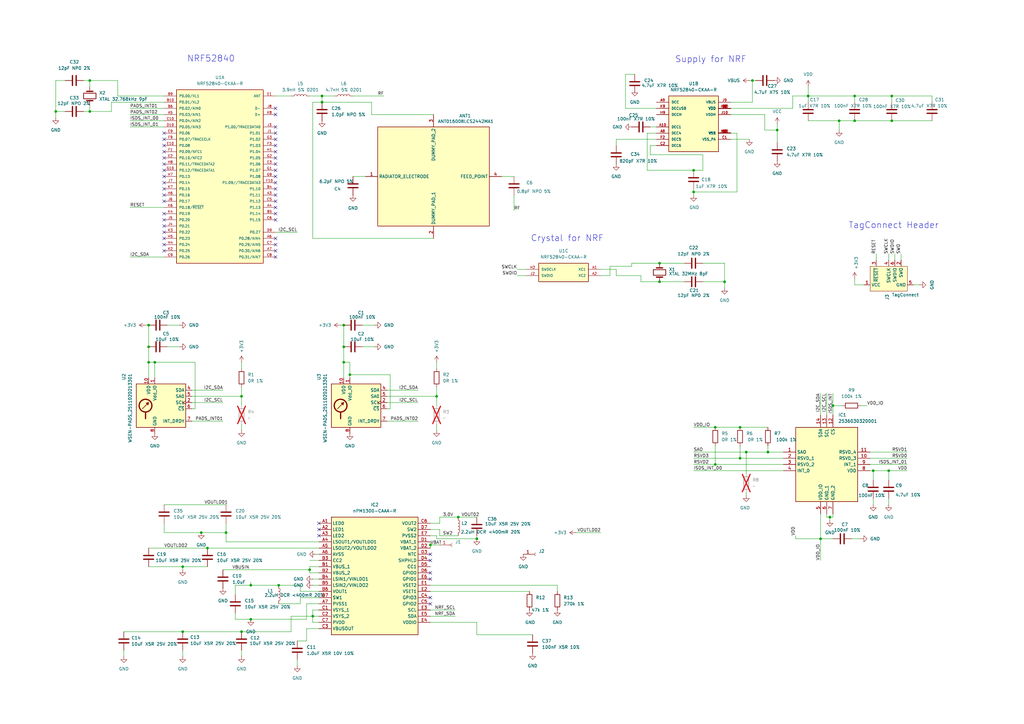
<source format=kicad_sch>
(kicad_sch (version 20231120) (generator "eeschema") (generator_version "8.0")
  (paper "A3")
  (junction (at 36.83 45.72))
  (junction (at 63.5 148.59))
  (junction (at 36.83 33.02))
  (junction (at 179.07 162.56))
  (junction (at 303.53 187.96))
  (junction (at 132.08 41.91))
  (junction (at 22.86 45.72))
  (junction (at 350.52 49.53))
  (junction (at 341.63 166.37))
  (junction (at 140.97 133.35))
  (junction (at 358.14 193.04))
  (junction (at 60.96 142.24))
  (junction (at 128.27 252.73))
  (junction (at 140.97 142.24))
  (junction (at 270.51 107.95))
  (junction (at 140.97 148.59))
  (junction (at 176.53 223.52))
  (junction (at 284.48 78.74))
  (junction (at 143.51 153.67))
  (junction (at 331.47 39.37))
  (junction (at 99.06 259.08))
  (junction (at 195.58 220.98))
  (junction (at 306.07 185.42))
  (junction (at 82.55 218.44))
  (junction (at 74.93 232.41))
  (junction (at 127 233.68))
  (junction (at 85.09 224.79))
  (junction (at 364.49 193.04))
  (junction (at 318.77 53.34))
  (junction (at 132.08 39.37))
  (junction (at 297.18 115.57))
  (junction (at 187.96 212.09))
  (junction (at 114.3 240.03))
  (junction (at 365.76 39.37))
  (junction (at 92.71 218.44))
  (junction (at 293.37 175.26))
  (junction (at 284.48 69.85))
  (junction (at 74.93 259.08))
  (junction (at 340.36 212.09))
  (junction (at 102.87 254))
  (junction (at 99.06 162.56))
  (junction (at 314.96 185.42))
  (junction (at 350.52 39.37))
  (junction (at 293.37 190.5))
  (junction (at 336.55 220.98))
  (junction (at 60.96 148.59))
  (junction (at 303.53 175.26))
  (junction (at 308.61 33.02))
  (junction (at 60.96 133.35))
  (junction (at 344.17 49.53))
  (junction (at 365.76 49.53))
  (junction (at 102.87 240.03))
  (junction (at 270.51 115.57))
  (no_connect (at 67.31 82.55))
  (no_connect (at 113.03 62.23))
  (no_connect (at 67.31 74.93))
  (no_connect (at 67.31 87.63))
  (no_connect (at 113.03 100.33))
  (no_connect (at 113.03 102.87))
  (no_connect (at 67.31 95.25))
  (no_connect (at 113.03 90.17))
  (no_connect (at 176.53 234.95))
  (no_connect (at 113.03 105.41))
  (no_connect (at 113.03 72.39))
  (no_connect (at 67.31 62.23))
  (no_connect (at 67.31 54.61))
  (no_connect (at 113.03 85.09))
  (no_connect (at 176.53 227.33))
  (no_connect (at 130.81 214.63))
  (no_connect (at 113.03 44.45))
  (no_connect (at 67.31 100.33))
  (no_connect (at 67.31 69.85))
  (no_connect (at 113.03 69.85))
  (no_connect (at 113.03 97.79))
  (no_connect (at 176.53 229.87))
  (no_connect (at 67.31 67.31))
  (no_connect (at 176.53 237.49))
  (no_connect (at 130.81 217.17))
  (no_connect (at 67.31 77.47))
  (no_connect (at 67.31 57.15))
  (no_connect (at 113.03 67.31))
  (no_connect (at 113.03 59.69))
  (no_connect (at 67.31 92.71))
  (no_connect (at 67.31 102.87))
  (no_connect (at 130.81 219.71))
  (no_connect (at 113.03 46.99))
  (no_connect (at 113.03 54.61))
  (no_connect (at 176.53 247.65))
  (no_connect (at 113.03 80.01))
  (no_connect (at 113.03 52.07))
  (no_connect (at 113.03 74.93))
  (no_connect (at 113.03 82.55))
  (no_connect (at 113.03 77.47))
  (no_connect (at 67.31 64.77))
  (no_connect (at 67.31 59.69))
  (no_connect (at 67.31 90.17))
  (no_connect (at 113.03 57.15))
  (no_connect (at 176.53 245.11))
  (no_connect (at 113.03 64.77))
  (no_connect (at 67.31 72.39))
  (no_connect (at 67.31 97.79))
  (no_connect (at 113.03 87.63))
  (no_connect (at 67.31 80.01))
  (wire (pts (xy 179.07 162.56) (xy 179.07 166.37)))
  (wire (pts (xy 92.71 214.63) (xy 92.71 218.44)))
  (wire (pts (xy 74.93 232.41) (xy 74.93 233.68)))
  (wire (pts (xy 78.74 162.56) (xy 99.06 162.56)))
  (wire (pts (xy 293.37 190.5) (xy 321.31 190.5)))
  (wire (pts (xy 256.54 44.45) (xy 269.24 44.45)))
  (wire (pts (xy 152.4 46.99) (xy 152.4 41.91)))
  (wire (pts (xy 132.08 39.37) (xy 132.08 41.91)))
  (wire (pts (xy 265.43 69.85) (xy 284.48 69.85)))
  (wire (pts (xy 250.19 109.22) (xy 259.08 109.22)))
  (wire (pts (xy 356.87 185.42) (xy 372.11 185.42)))
  (wire (pts (xy 176.53 219.71) (xy 179.07 219.71)))
  (wire (pts (xy 128.27 252.73) (xy 130.81 252.73)))
  (wire (pts (xy 313.69 53.34) (xy 318.77 53.34)))
  (wire (pts (xy 336.55 220.98) (xy 336.55 229.87)))
  (wire (pts (xy 36.83 45.72) (xy 36.83 43.18)))
  (wire (pts (xy 318.77 53.34) (xy 318.77 58.42)))
  (wire (pts (xy 210.82 80.01) (xy 210.82 86.36)))
  (wire (pts (xy 74.93 232.41) (xy 85.09 232.41)))
  (wire (pts (xy 176.53 214.63) (xy 180.34 214.63)))
  (wire (pts (xy 130.81 222.25) (xy 92.71 222.25)))
  (wire (pts (xy 78.74 167.64) (xy 80.01 167.64)))
  (wire (pts (xy 121.92 270.51) (xy 121.92 273.05)))
  (wire (pts (xy 50.8 259.08) (xy 74.93 259.08)))
  (wire (pts (xy 130.81 234.95) (xy 127 234.95)))
  (wire (pts (xy 350.52 39.37) (xy 350.52 41.91)))
  (wire (pts (xy 140.97 142.24) (xy 140.97 148.59)))
  (wire (pts (xy 358.14 193.04) (xy 364.49 193.04)))
  (wire (pts (xy 36.83 33.02) (xy 36.83 35.56)))
  (wire (pts (xy 265.43 54.61) (xy 269.24 54.61)))
  (wire (pts (xy 252.73 113.03) (xy 262.89 113.03)))
  (wire (pts (xy 176.53 252.73) (xy 186.69 252.73)))
  (wire (pts (xy 59.69 133.35) (xy 60.96 133.35)))
  (wire (pts (xy 341.63 166.37) (xy 345.44 166.37)))
  (wire (pts (xy 364.49 193.04) (xy 364.49 196.85)))
  (wire (pts (xy 114.3 240.03) (xy 123.19 240.03)))
  (wire (pts (xy 78.74 172.72) (xy 91.44 172.72)))
  (wire (pts (xy 256.54 30.48) (xy 256.54 44.45)))
  (wire (pts (xy 74.93 266.7) (xy 74.93 269.24)))
  (wire (pts (xy 256.54 30.48) (xy 260.35 30.48)))
  (wire (pts (xy 140.97 133.35) (xy 140.97 142.24)))
  (wire (pts (xy 67.31 39.37) (xy 48.26 39.37)))
  (wire (pts (xy 60.96 154.94) (xy 60.96 148.59)))
  (wire (pts (xy 246.38 110.49) (xy 252.73 110.49)))
  (wire (pts (xy 372.11 193.04) (xy 364.49 193.04)))
  (wire (pts (xy 102.87 254) (xy 125.73 254)))
  (wire (pts (xy 53.34 44.45) (xy 67.31 44.45)))
  (wire (pts (xy 269.24 57.15) (xy 252.73 57.15)))
  (wire (pts (xy 143.51 153.67) (xy 160.02 153.67)))
  (wire (pts (xy 180.34 212.09) (xy 187.96 212.09)))
  (wire (pts (xy 288.29 69.85) (xy 288.29 63.5)))
  (wire (pts (xy 359.41 106.68) (xy 359.41 104.14)))
  (wire (pts (xy 309.88 33.02) (xy 308.61 33.02)))
  (wire (pts (xy 306.07 185.42) (xy 306.07 194.31)))
  (wire (pts (xy 195.58 255.27) (xy 195.58 260.35)))
  (wire (pts (xy 67.31 207.01) (xy 92.71 207.01)))
  (wire (pts (xy 284.48 185.42) (xy 306.07 185.42)))
  (wire (pts (xy 284.48 175.26) (xy 293.37 175.26)))
  (wire (pts (xy 326.39 219.71) (xy 326.39 220.98)))
  (wire (pts (xy 299.72 46.99) (xy 313.69 46.99)))
  (wire (pts (xy 102.87 238.76) (xy 102.87 240.03)))
  (wire (pts (xy 60.96 133.35) (xy 60.96 142.24)))
  (wire (pts (xy 364.49 106.68) (xy 364.49 104.14)))
  (wire (pts (xy 140.97 154.94) (xy 140.97 148.59)))
  (wire (pts (xy 297.18 115.57) (xy 297.18 118.11)))
  (wire (pts (xy 280.67 107.95) (xy 270.51 107.95)))
  (wire (pts (xy 350.52 114.3) (xy 350.52 116.84)))
  (wire (pts (xy 176.53 240.03) (xy 228.6 240.03)))
  (wire (pts (xy 102.87 240.03) (xy 114.3 240.03)))
  (wire (pts (xy 50.8 266.7) (xy 50.8 269.24)))
  (wire (pts (xy 299.72 44.45) (xy 325.12 44.45)))
  (wire (pts (xy 356.87 190.5) (xy 372.11 190.5)))
  (wire (pts (xy 128.27 97.79) (xy 128.27 41.91)))
  (wire (pts (xy 74.93 259.08) (xy 99.06 259.08)))
  (wire (pts (xy 67.31 214.63) (xy 67.31 218.44)))
  (wire (pts (xy 252.73 110.49) (xy 252.73 113.03)))
  (wire (pts (xy 176.53 217.17) (xy 180.34 217.17)))
  (wire (pts (xy 302.26 54.61) (xy 299.72 54.61)))
  (wire (pts (xy 314.96 185.42) (xy 321.31 185.42)))
  (wire (pts (xy 96.52 251.46) (xy 96.52 254)))
  (wire (pts (xy 160.02 167.64) (xy 160.02 153.67)))
  (wire (pts (xy 266.7 59.69) (xy 269.24 59.69)))
  (wire (pts (xy 284.48 187.96) (xy 303.53 187.96)))
  (wire (pts (xy 336.55 161.29) (xy 336.55 170.18)))
  (wire (pts (xy 127 229.87) (xy 130.81 229.87)))
  (wire (pts (xy 355.6 166.37) (xy 353.06 166.37)))
  (wire (pts (xy 187.96 212.09) (xy 195.58 212.09)))
  (wire (pts (xy 127 233.68) (xy 127 232.41)))
  (wire (pts (xy 180.34 214.63) (xy 180.34 212.09)))
  (wire (pts (xy 365.76 39.37) (xy 382.27 39.37)))
  (wire (pts (xy 92.71 218.44) (xy 92.71 222.25)))
  (wire (pts (xy 123.19 245.11) (xy 123.19 247.65)))
  (wire (pts (xy 331.47 35.56) (xy 331.47 39.37)))
  (wire (pts (xy 139.7 133.35) (xy 140.97 133.35)))
  (wire (pts (xy 99.06 148.59) (xy 99.06 151.13)))
  (wire (pts (xy 284.48 193.04) (xy 321.31 193.04)))
  (wire (pts (xy 259.08 107.95) (xy 259.08 109.22)))
  (wire (pts (xy 179.07 148.59) (xy 179.07 151.13)))
  (wire (pts (xy 350.52 116.84) (xy 354.33 116.84)))
  (wire (pts (xy 144.78 72.39) (xy 149.86 72.39)))
  (wire (pts (xy 341.63 210.82) (xy 341.63 212.09)))
  (wire (pts (xy 34.29 33.02) (xy 36.83 33.02)))
  (wire (pts (xy 341.63 161.29) (xy 341.63 166.37)))
  (wire (pts (xy 67.31 41.91) (xy 45.72 41.91)))
  (wire (pts (xy 26.67 33.02) (xy 22.86 33.02)))
  (wire (pts (xy 60.96 224.79) (xy 85.09 224.79)))
  (wire (pts (xy 307.34 33.02) (xy 308.61 33.02)))
  (wire (pts (xy 365.76 39.37) (xy 365.76 41.91)))
  (wire (pts (xy 158.75 165.1) (xy 171.45 165.1)))
  (wire (pts (xy 119.38 252.73) (xy 128.27 252.73)))
  (wire (pts (xy 356.87 187.96) (xy 372.11 187.96)))
  (wire (pts (xy 195.58 219.71) (xy 195.58 220.98)))
  (wire (pts (xy 128.27 255.27) (xy 128.27 252.73)))
  (wire (pts (xy 326.39 220.98) (xy 336.55 220.98)))
  (wire (pts (xy 85.09 224.79) (xy 130.81 224.79)))
  (wire (pts (xy 284.48 78.74) (xy 302.26 78.74)))
  (wire (pts (xy 356.87 193.04) (xy 358.14 193.04)))
  (wire (pts (xy 212.09 113.03) (xy 215.9 113.03)))
  (wire (pts (xy 63.5 154.94) (xy 63.5 148.59)))
  (wire (pts (xy 350.52 49.53) (xy 365.76 49.53)))
  (wire (pts (xy 22.86 45.72) (xy 22.86 48.26)))
  (wire (pts (xy 246.38 113.03) (xy 250.19 113.03)))
  (wire (pts (xy 339.09 212.09) (xy 340.36 212.09)))
  (wire (pts (xy 339.09 210.82) (xy 339.09 212.09)))
  (wire (pts (xy 45.72 45.72) (xy 45.72 41.91)))
  (wire (pts (xy 114.3 247.65) (xy 123.19 247.65)))
  (wire (pts (xy 152.4 41.91) (xy 132.08 41.91)))
  (wire (pts (xy 382.27 39.37) (xy 382.27 41.91)))
  (wire (pts (xy 293.37 175.26) (xy 303.53 175.26)))
  (wire (pts (xy 123.19 242.57) (xy 123.19 240.03)))
  (wire (pts (xy 130.81 242.57) (xy 123.19 242.57)))
  (wire (pts (xy 99.06 259.08) (xy 119.38 259.08)))
  (wire (pts (xy 176.53 222.25) (xy 176.53 223.52)))
  (wire (pts (xy 340.36 212.09) (xy 340.36 213.36)))
  (wire (pts (xy 270.51 115.57) (xy 280.67 115.57)))
  (wire (pts (xy 266.7 63.5) (xy 266.7 59.69)))
  (wire (pts (xy 78.74 160.02) (xy 91.44 160.02)))
  (wire (pts (xy 82.55 218.44) (xy 92.71 218.44)))
  (wire (pts (xy 336.55 210.82) (xy 336.55 220.98)))
  (wire (pts (xy 127 39.37) (xy 132.08 39.37)))
  (wire (pts (xy 53.34 52.07) (xy 67.31 52.07)))
  (wire (pts (xy 128.27 237.49) (xy 130.81 237.49)))
  (wire (pts (xy 306.07 201.93) (xy 306.07 203.2)))
  (wire (pts (xy 236.22 218.44) (xy 246.38 218.44)))
  (wire (pts (xy 128.27 250.19) (xy 128.27 252.73)))
  (wire (pts (xy 358.14 193.04) (xy 358.14 196.85)))
  (wire (pts (xy 53.34 85.09) (xy 67.31 85.09)))
  (wire (pts (xy 125.73 257.81) (xy 130.81 257.81)))
  (wire (pts (xy 284.48 190.5) (xy 293.37 190.5)))
  (wire (pts (xy 125.73 262.89) (xy 125.73 257.81)))
  (wire (pts (xy 60.96 142.24) (xy 60.96 148.59)))
  (wire (pts (xy 288.29 115.57) (xy 297.18 115.57)))
  (wire (pts (xy 318.77 50.8) (xy 318.77 53.34)))
  (wire (pts (xy 228.6 240.03) (xy 228.6 242.57)))
  (wire (pts (xy 350.52 39.37) (xy 365.76 39.37)))
  (wire (pts (xy 340.36 212.09) (xy 341.63 212.09)))
  (wire (pts (xy 339.09 161.29) (xy 339.09 170.18)))
  (wire (pts (xy 367.03 106.68) (xy 367.03 104.14)))
  (wire (pts (xy 63.5 148.59) (xy 80.01 148.59)))
  (wire (pts (xy 53.34 105.41) (xy 67.31 105.41)))
  (wire (pts (xy 350.52 49.53) (xy 344.17 49.53)))
  (wire (pts (xy 45.72 45.72) (xy 36.83 45.72)))
  (wire (pts (xy 130.81 250.19) (xy 128.27 250.19)))
  (wire (pts (xy 177.8 46.99) (xy 152.4 46.99)))
  (wire (pts (xy 99.06 173.99) (xy 99.06 176.53)))
  (wire (pts (xy 299.72 41.91) (xy 308.61 41.91)))
  (wire (pts (xy 128.27 41.91) (xy 132.08 41.91)))
  (wire (pts (xy 176.53 255.27) (xy 195.58 255.27)))
  (wire (pts (xy 250.19 113.03) (xy 250.19 109.22)))
  (wire (pts (xy 127 233.68) (xy 127 234.95)))
  (wire (pts (xy 265.43 69.85) (xy 265.43 54.61)))
  (wire (pts (xy 22.86 33.02) (xy 22.86 45.72)))
  (wire (pts (xy 176.53 250.19) (xy 186.69 250.19)))
  (wire (pts (xy 284.48 69.85) (xy 288.29 69.85)))
  (wire (pts (xy 158.75 167.64) (xy 160.02 167.64)))
  (wire (pts (xy 140.97 148.59) (xy 143.51 148.59)))
  (wire (pts (xy 148.59 133.35) (xy 153.67 133.35)))
  (wire (pts (xy 158.75 172.72) (xy 171.45 172.72)))
  (wire (pts (xy 113.03 39.37) (xy 119.38 39.37)))
  (wire (pts (xy 180.34 217.17) (xy 180.34 219.71)))
  (wire (pts (xy 180.34 223.52) (xy 176.53 223.52)))
  (wire (pts (xy 374.65 116.84) (xy 377.19 116.84)))
  (wire (pts (xy 121.92 262.89) (xy 125.73 262.89)))
  (wire (pts (xy 132.08 39.37) (xy 137.16 39.37)))
  (wire (pts (xy 252.73 57.15) (xy 252.73 59.69)))
  (wire (pts (xy 158.75 162.56) (xy 179.07 162.56)))
  (wire (pts (xy 212.09 110.49) (xy 215.9 110.49)))
  (wire (pts (xy 158.75 160.02) (xy 171.45 160.02)))
  (wire (pts (xy 130.81 255.27) (xy 128.27 255.27)))
  (wire (pts (xy 297.18 115.57) (xy 297.18 107.95)))
  (wire (pts (xy 177.8 97.79) (xy 128.27 97.79)))
  (wire (pts (xy 96.52 240.03) (xy 102.87 240.03)))
  (wire (pts (xy 60.96 232.41) (xy 74.93 232.41)))
  (wire (pts (xy 119.38 259.08) (xy 119.38 252.73)))
  (wire (pts (xy 331.47 49.53) (xy 344.17 49.53)))
  (wire (pts (xy 341.63 166.37) (xy 341.63 170.18)))
  (wire (pts (xy 34.29 45.72) (xy 36.83 45.72)))
  (wire (pts (xy 48.26 39.37) (xy 48.26 33.02)))
  (wire (pts (xy 99.06 162.56) (xy 99.06 166.37)))
  (wire (pts (xy 284.48 78.74) (xy 284.48 80.01)))
  (wire (pts (xy 205.74 72.39) (xy 210.82 72.39)))
  (wire (pts (xy 303.53 175.26) (xy 314.96 175.26)))
  (wire (pts (xy 344.17 49.53) (xy 344.17 53.34)))
  (wire (pts (xy 308.61 33.02) (xy 308.61 41.91)))
  (wire (pts (xy 36.83 33.02) (xy 48.26 33.02)))
  (wire (pts (xy 364.49 204.47) (xy 364.49 207.01)))
  (wire (pts (xy 293.37 182.88) (xy 293.37 190.5)))
  (wire (pts (xy 179.07 158.75) (xy 179.07 162.56)))
  (wire (pts (xy 325.12 39.37) (xy 331.47 39.37)))
  (wire (pts (xy 303.53 187.96) (xy 321.31 187.96)))
  (wire (pts (xy 67.31 218.44) (xy 82.55 218.44)))
  (wire (pts (xy 284.48 77.47) (xy 284.48 78.74)))
  (wire (pts (xy 91.44 233.68) (xy 127 233.68)))
  (wire (pts (xy 148.59 142.24) (xy 153.67 142.24)))
  (wire (pts (xy 331.47 39.37) (xy 350.52 39.37)))
  (wire (pts (xy 369.57 106.68) (xy 369.57 104.14)))
  (wire (pts (xy 299.72 57.15) (xy 307.34 57.15)))
  (wire (pts (xy 313.69 46.99) (xy 313.69 53.34)))
  (wire (pts (xy 96.52 254) (xy 102.87 254)))
  (wire (pts (xy 336.55 220.98) (xy 341.63 220.98)))
  (wire (pts (xy 96.52 243.84) (xy 96.52 240.03)))
  (wire (pts (xy 331.47 39.37) (xy 331.47 41.91)))
  (wire (pts (xy 176.53 223.52) (xy 176.53 224.79)))
  (wire (pts (xy 130.81 247.65) (xy 125.73 247.65)))
  (wire (pts (xy 297.18 107.95) (xy 288.29 107.95)))
  (wire (pts (xy 68.58 133.35) (xy 73.66 133.35)))
  (wire (pts (xy 262.89 113.03) (xy 262.89 115.57)))
  (wire (pts (xy 349.25 220.98) (xy 353.06 220.98)))
  (wire (pts (xy 303.53 182.88) (xy 303.53 187.96)))
  (wire (pts (xy 144.78 39.37) (xy 157.48 39.37)))
  (wire (pts (xy 176.53 242.57) (xy 217.17 242.57)))
  (wire (pts (xy 180.34 219.71) (xy 187.96 219.71)))
  (wire (pts (xy 128.27 240.03) (xy 130.81 240.03)))
  (wire (pts (xy 325.12 44.45) (xy 325.12 39.37)))
  (wire (pts (xy 113.03 95.25) (xy 121.92 95.25)))
  (wire (pts (xy 260.35 38.1) (xy 260.35 36.83)))
  (wire (pts (xy 22.86 45.72) (xy 26.67 45.72)))
  (wire (pts (xy 68.58 142.24) (xy 73.66 142.24)))
  (wire (pts (xy 288.29 63.5) (xy 266.7 63.5)))
  (wire (pts (xy 129.54 227.33) (xy 130.81 227.33)))
  (wire (pts (xy 143.51 153.67) (xy 143.51 148.59)))
  (wire (pts (xy 195.58 260.35) (xy 218.44 260.35)))
  (wire (pts (xy 358.14 204.47) (xy 358.14 207.01)))
  (wire (pts (xy 314.96 182.88) (xy 314.96 185.42)))
  (wire (pts (xy 53.34 46.99) (xy 67.31 46.99)))
  (wire (pts (xy 143.51 154.94) (xy 143.51 153.67)))
  (wire (pts (xy 302.26 78.74) (xy 302.26 54.61)))
  (wire (pts (xy 270.51 107.95) (xy 259.08 107.95)))
  (wire (pts (xy 179.07 220.98) (xy 195.58 220.98)))
  (wire (pts (xy 99.06 158.75) (xy 99.06 162.56)))
  (wire (pts (xy 80.01 167.64) (xy 80.01 148.59)))
  (wire (pts (xy 130.81 245.11) (xy 123.19 245.11)))
  (wire (pts (xy 53.34 49.53) (xy 67.31 49.53)))
  (wire (pts (xy 127 232.41) (xy 130.81 232.41)))
  (wire (pts (xy 306.07 185.42) (xy 314.96 185.42)))
  (wire (pts (xy 262.89 115.57) (xy 270.51 115.57)))
  (wire (pts (xy 179.07 173.99) (xy 179.07 176.53)))
  (wire (pts (xy 179.07 219.71) (xy 179.07 220.98)))
  (wire (pts (xy 78.74 165.1) (xy 91.44 165.1)))
  (wire (pts (xy 99.06 266.7) (xy 99.06 269.24)))
  (wire (pts (xy 266.7 52.07) (xy 269.24 52.07)))
  (wire (pts (xy 365.76 49.53) (xy 382.27 49.53)))
  (wire (pts (xy 125.73 247.65) (xy 125.73 254)))
  (wire (pts (xy 60.96 148.59) (xy 63.5 148.59)))
  (text "Crystal for NRF" (at 217.678 99.314 0) (effects (font (size 2.54 2.54)) (justify left bottom)))
  (text "NRF52840" (at 76.708 25.654 0) (effects (font (size 2.54 2.54)) (justify left bottom)))
  (text "Supply for NRF" (at 276.86 25.908 0) (effects (font (size 2.54 2.54)) (justify left bottom)))
  (text "TagConnect Header" (at 347.98 93.98 0) (effects (font (size 2.54 2.54)) (justify left bottom)))
  (label "RF" (at 157.48 39.37 180))
  (label "ISDS_INT_00" (at 53.34 49.53 0))
  (label "RF" (at 210.82 86.36 0))
  (label "ISDS_INT_00" (at 284.48 193.04 0))
  (label "SWCLK" (at 212.09 110.49 180))
  (label "RESET" (at 359.41 104.14 90))
  (label "I2C_SDA" (at 171.45 160.02 180))
  (label "VOUTLD02" (at 246.38 218.44 180))
  (label "I2C_SDA" (at 91.44 160.02 180))
  (label "RSVD2" (at 284.48 190.5 0))
  (label "RSVD0" (at 372.11 187.96 180))
  (label "I2C_SCL" (at 339.09 161.29 270))
  (label "PADS_INT02" (at 171.45 172.72 180))
  (label "SWDIO" (at 367.03 104.14 90))
  (label "PADS_INT01" (at 53.34 44.45 0))
  (label "VBAT" (at 176.53 223.52 0))
  (label "SAO" (at 284.48 185.42 0))
  (label "VDD" (at 372.11 193.04 180))
  (label "VOUTLD02" (at 67.31 224.79 0))
  (label "SWCLK" (at 364.49 104.14 90))
  (label "I2C_SCL" (at 91.44 165.1 180))
  (label "RSVD3" (at 284.48 187.96 0))
  (label "ISDS_INT_01" (at 53.34 52.07 0))
  (label "ISDS_INT_01" (at 372.11 190.5 180))
  (label "VDD_IO" (at 284.48 175.26 0))
  (label "VOUTLD01" (at 83.82 207.01 0))
  (label "ISDS_INT" (at 341.63 161.29 270))
  (label "I2C_SCL" (at 171.45 165.1 180))
  (label "SWO" (at 369.57 104.14 90))
  (label "I2C_SDA" (at 336.55 161.29 270))
  (label "VDD_IO" (at 355.6 166.37 0))
  (label "3.0V" (at 181.61 212.09 0))
  (label "RESET" (at 53.34 85.09 0))
  (label "PADS_INT01" (at 91.44 172.72 180))
  (label "I2C_SCL" (at 121.92 95.25 180))
  (label "VDD_IO" (at 336.55 229.87 90))
  (label "VOUT02" (at 189.23 212.09 0))
  (label "NRF_SDA" (at 186.69 252.73 180))
  (label "VDD" (at 326.39 219.71 90))
  (label "SWDIO" (at 212.09 113.03 180))
  (label "NRF_SCL" (at 186.69 250.19 180))
  (label "SW2" (at 181.61 219.71 0))
  (label "VBUSIN" (at 95.25 233.68 0))
  (label "RSVD1" (at 372.11 185.42 180))
  (label "I2C_SDA" (at 53.34 105.41 0))
  (label "PADS_INT02" (at 53.34 46.99 0))
  (symbol (lib_id "Device:C") (at 218.44 264.16 0) (unit 1)
    (property "Reference" "C37" (at 222.25 262.8899 0) (effects (justify left)))
    (property "Value" "100nF X5R 10%" (at 222.25 265.4299 0) (effects (justify left)))
    (property "Footprint" "Capacitor_SMD:C_0201_0603Metric" (effects (hide yes)))
    (property "Description" "Unpolarized capacitor" (effects (hide yes)))
  )
  (symbol (lib_id "power:GND") (at 73.66 142.24 90) (unit 1)
    (property "Reference" "#PWR011" (effects (hide yes)))
    (property "Value" "GND" (at 77.47 142.2399 90) (effects (justify right)))
    (property "Description" "Power symbol creates a global label with name \"GND\" , ground" (effects (hide yes)))
  )
  (symbol (lib_id "Device:R") (at 306.07 198.12 0) (unit 1) (dnp yes)
    (property "Reference" "R8" (at 308.61 196.8499 0) (effects (justify left)))
    (property "Value" "~" (at 308.61 199.3899 0) (effects (justify left)))
    (property "Footprint" "Resistor_SMD:R_0201_0603Metric" (effects (hide yes)))
    (property "Description" "Resistor" (effects (hide yes)))
  )
  (symbol (lib_id "power:GND") (at 228.6 250.19 0) (unit 1)
    (property "Reference" "#PWR066" (effects (hide yes)))
    (property "Value" "GND" (at 228.6 255.27 0))
    (property "Description" "Power symbol creates a global label with name \"GND\" , ground" (effects (hide yes)))
  )
  (symbol (lib_id "power:GND") (at 132.08 49.53 0) (unit 1)
    (property "Reference" "#PWR033" (effects (hide yes)))
    (property "Value" "GND" (at 132.08 54.61 0))
    (property "Description" "Power symbol creates a global label with name \"GND\" , ground" (effects (hide yes)))
  )
  (symbol (lib_id "Connector:Conn_01x01_Socket") (at 219.71 227.33 0) (unit 1)
    (property "Reference" "J2" (at 220.98 226.0599 0) (effects (justify left)))
    (property "Value" "Conn_01x01_Socket" (effects (hide yes)))
    (property "Footprint" "TestPoint:TestPoint_Pad_2.5x2.5mm" (effects (hide yes)))
    (property "Description" "Generic connector, single row, 01x01, script generated" (effects (hide yes)))
  )
  (symbol (lib_id "Device:C") (at 64.77 142.24 90) (unit 1)
    (property "Reference" "C5" (at 68.072 136.906 90))
    (property "Value" "10uF 10%" (at 68.58 139.192 90))
    (property "Footprint" "Capacitor_SMD:C_0201_0603Metric" (effects (hide yes)))
    (property "Description" "Unpolarized capacitor" (effects (hide yes)))
  )
  (symbol (lib_id "power:GND") (at 74.93 269.24 0) (unit 1)
    (property "Reference" "#PWR047" (effects (hide yes)))
    (property "Value" "GND" (at 74.93 274.32 0))
    (property "Description" "Power symbol creates a global label with name \"GND\" , ground" (effects (hide yes)))
  )
  (symbol (lib_id "Device:C") (at 30.48 33.02 270) (unit 1)
    (property "Reference" "C32" (at 30.48 25.4 90))
    (property "Value" "12pF NP0 2%" (at 30.48 27.94 90))
    (property "Footprint" "Capacitor_SMD:C_0201_0603Metric" (effects (hide yes)))
    (property "Description" "Unpolarized capacitor" (effects (hide yes)))
  )
  (symbol (lib_id "Device:C") (at 313.69 33.02 90) (unit 1)
    (property "Reference" "C27" (at 316.738 35.306 90))
    (property "Value" "4.7uF X7S 10%" (at 316.738 37.846 90))
    (property "Footprint" "Capacitor_SMD:C_0201_0603Metric" (effects (hide yes)))
    (property "Description" "Unpolarized capacitor" (effects (hide yes)))
  )
  (symbol (lib_id "Device:R") (at 217.17 246.38 0) (unit 1)
    (property "Reference" "R12" (at 219.71 245.1099 0) (effects (justify left)))
    (property "Value" "47k 1%" (at 217.932 250.19 0) (effects (justify left)))
    (property "Footprint" "Resistor_SMD:R_0201_0603Metric" (effects (hide yes)))
    (property "Description" "Resistor" (effects (hide yes)))
  )
  (symbol (lib_id "Device:C") (at 350.52 45.72 180) (unit 1)
    (property "Reference" "C28" (at 356.108 40.894 0) (effects (justify left)))
    (property "Value" "100nF X7R 10%" (at 357.632 43.434 0) (effects (justify left)))
    (property "Footprint" "Capacitor_SMD:C_0201_0603Metric" (effects (hide yes)))
    (property "Description" "Unpolarized capacitor" (effects (hide yes)))
  )
  (symbol (lib_id "power:GND") (at 340.36 213.36 0) (unit 1)
    (property "Reference" "#PWR018" (effects (hide yes)))
    (property "Value" "GND" (at 340.36 218.44 0))
    (property "Description" "Power symbol creates a global label with name \"GND\" , ground" (effects (hide yes)))
  )
  (symbol (lib_id "power:GND") (at 318.77 66.04 0) (unit 1)
    (property "Reference" "#PWR034" (effects (hide yes)))
    (property "Value" "GND" (at 318.77 71.12 0))
    (property "Description" "Power symbol creates a global label with name \"GND\" , ground" (effects (hide yes)))
  )
  (symbol (lib_id "power:GND") (at 99.06 176.53 0) (unit 1)
    (property "Reference" "#PWR012" (effects (hide yes)))
    (property "Value" "GND" (at 99.06 181.61 0))
    (property "Description" "Power symbol creates a global label with name \"GND\" , ground" (effects (hide yes)))
  )
  (symbol (lib_id "nPM1300-CAAA-R:nPM1300-CAAA-R") (at 130.81 214.63 0) (unit 1)
    (property "Reference" "IC2" (at 153.67 207.01 0))
    (property "Value" "nPM1300-CAAA-R" (at 153.67 209.55 0))
    (property "Footprint" "nPM1300-CAAA-R:BGA35C44P7X5_308X238X51" (effects (hide yes)))
    (property "Datasheet" "https://infocenter.nordicsemi.com/pdf/nPM1300_PS_v1.0.pdf" (effects (hide yes)))
    (property "Description" "Battery Management Power Management IC (PMIC) with unique system management features, WLCSP" (effects (hide yes)))
    (property "Height" "0.512" (effects (hide yes)))
    (property "Mouser Part Number" "949-NPM1300-CAAA-R" (effects (hide yes)))
    (property "Mouser Price/Stock" "https://www.mouser.co.uk/ProductDetail/Nordic-Semiconductor/nPM1300-CAAA-R?qs=3pZoU%2F6IRTgj%2FPou8dbbcA%3D%3D" (effects (hide yes)))
    (property "Manufacturer_Name" "Nordic Semiconductor" (effects (hide yes)))
    (property "Manufacturer_Part_Number" "nPM1300-CAAA-R" (effects (hide yes)))
  )
  (symbol (lib_id "power:GND") (at 22.86 48.26 0) (unit 1)
    (property "Reference" "#PWR044" (effects (hide yes)))
    (property "Value" "GND" (at 22.86 53.34 0))
    (property "Description" "Power symbol creates a global label with name \"GND\" , ground" (effects (hide yes)))
  )
  (symbol (lib_id "power:VCC") (at 318.77 50.8 0) (unit 1)
    (property "Reference" "#PWR037" (effects (hide yes)))
    (property "Value" "VCC" (at 318.77 45.72 0))
    (property "Description" "Power symbol creates a global label with name \"VCC\"" (effects (hide yes)))
  )
  (symbol (lib_id "Device:R") (at 228.6 246.38 0) (unit 1)
    (property "Reference" "R13" (at 231.14 245.1099 0) (effects (justify left)))
    (property "Value" "270k 1%" (at 231.14 247.6499 0) (effects (justify left)))
    (property "Footprint" "Resistor_SMD:R_0201_0603Metric" (effects (hide yes)))
    (property "Description" "Resistor" (effects (hide yes)))
  )
  (symbol (lib_id "Device:C") (at 358.14 200.66 0) (unit 1)
    (property "Reference" "C8" (at 353.568 199.136 0) (effects (justify left)))
    (property "Value" "100nF 10%" (at 352.044 203.2 0) (effects (justify left)))
    (property "Footprint" "Capacitor_SMD:C_0201_0603Metric" (effects (hide yes)))
    (property "Description" "Unpolarized capacitor" (effects (hide yes)))
  )
  (symbol (lib_id "power:+3V3") (at 139.7 133.35 90) (unit 1)
    (property "Reference" "#PWR03" (effects (hide yes)))
    (property "Value" "+3V3" (at 135.89 133.3499 90) (effects (justify left)))
    (property "Description" "Power symbol creates a global label with name \"+3V3\"" (effects (hide yes)))
  )
  (symbol (lib_id "Device:C") (at 365.76 45.72 180) (unit 1)
    (property "Reference" "C30" (at 371.094 41.148 0) (effects (justify left)))
    (property "Value" "100nF X7R 10%" (at 373.634 43.688 0) (effects (justify left)))
    (property "Footprint" "Capacitor_SMD:C_0201_0603Metric" (effects (hide yes)))
    (property "Description" "Unpolarized capacitor" (effects (hide yes)))
  )
  (symbol (lib_id "power:+3V3") (at 350.52 114.3 0) (unit 1)
    (property "Reference" "#PWR019" (effects (hide yes)))
    (property "Value" "+3V3" (at 351.155 110.49 90) (effects (justify left)))
  )
  (symbol (lib_id "Device:R") (at 293.37 179.07 0) (unit 1)
    (property "Reference" "R5" (at 295.91 177.7999 0) (effects (justify left)))
    (property "Value" "0R 1%" (at 295.91 180.3399 0) (effects (justify left)))
    (property "Footprint" "Resistor_SMD:R_0201_0603Metric" (effects (hide yes)))
    (property "Description" "Resistor" (effects (hide yes)))
  )
  (symbol (lib_id "power:GND") (at 358.14 207.01 0) (unit 1)
    (property "Reference" "#PWR021" (effects (hide yes)))
    (property "Value" "GND" (at 358.14 212.09 0))
    (property "Description" "Power symbol creates a global label with name \"GND\" , ground" (effects (hide yes)))
  )
  (symbol (lib_id "power:GND") (at 259.08 52.07 270) (unit 1)
    (property "Reference" "#PWR036" (effects (hide yes)))
    (property "Value" "GND" (at 255.27 52.0699 90) (effects (justify right)))
    (property "Description" "Power symbol creates a global label with name \"GND\" , ground" (effects (hide yes)))
  )
  (symbol (lib_id "power:GND") (at 317.5 33.02 90) (unit 1)
    (property "Reference" "#PWR039" (effects (hide yes)))
    (property "Value" "GND" (at 321.31 33.0199 90) (effects (justify right)))
    (property "Description" "Power symbol creates a global label with name \"GND\" , ground" (effects (hide yes)))
  )
  (symbol (lib_id "power:GND") (at 260.35 36.83 0) (unit 1)
    (property "Reference" "#PWR035" (effects (hide yes)))
    (property "Value" "GND" (at 260.35 41.91 0))
    (property "Description" "Power symbol creates a global label with name \"GND\" , ground" (effects (hide yes)))
  )
  (symbol (lib_id "Device:L") (at 140.97 39.37 90) (unit 1)
    (property "Reference" "L6" (at 140.97 34.29 90))
    (property "Value" "4.7nH 5% 0201" (at 140.97 36.83 90))
    (property "Footprint" "Inductor_SMD:L_0603_1608Metric_Pad1.05x0.95mm_HandSolder" (effects (hide yes)))
    (property "Description" "Inductor" (effects (hide yes)))
  )
  (symbol (lib_id "Device:R") (at 349.25 166.37 90) (unit 1)
    (property "Reference" "R9" (at 349.25 160.02 90))
    (property "Value" "100k 1%" (at 349.25 162.56 90))
    (property "Footprint" "Resistor_SMD:R_0201_0603Metric" (effects (hide yes)))
    (property "Description" "Resistor" (effects (hide yes)))
  )
  (symbol (lib_id "Device:C") (at 91.44 237.49 0) (unit 1)
    (property "Reference" "C10" (at 95.25 236.2199 0) (effects (justify left)))
    (property "Value" "1.0uF" (at 95.25 238.7599 0) (effects (justify left)))
    (property "Footprint" "Capacitor_SMD:C_0201_0603Metric" (effects (hide yes)))
    (property "Description" "Unpolarized capacitor" (effects (hide yes)))
  )
  (symbol (lib_id "Device:Crystal") (at 270.51 111.76 90) (unit 1)
    (property "Reference" "X1" (at 274.32 110.4899 90) (effects (justify right)))
    (property "Value" "XTAL 32MHz 8pF" (at 274.32 112.268 90) (effects (justify right)))
    (property "Footprint" "Crystal:Crystal_SMD_2016-4Pin_2.0x1.6mm" (effects (hide yes)))
    (property "Description" "Two pin crystal" (effects (hide yes)))
  )
  (symbol (lib_id "STLink-V3MINIE-TagConnect:Conn_SWD_TagConnect_TC2030") (at 364.49 114.3 90) (unit 1) (in_bom no)
    (property "Reference" "J3" (at 363.855 120.65 0) (effects (justify right)))
    (property "Value" "TagConnect" (at 365.76 120.904 90) (effects (justify right)))
    (property "Footprint" "Connector:Tag-Connect_TC2030-IDC-NL_2x03_P1.27mm_Vertical" (effects (hide yes)))
    (property "Datasheet" "file:///C:/Users/ErFre/Downloads/um2910-stlinkv3minie-debuggerprogrammer-tiny-probe-for-stm32-microcontrollers-stmicroelectronics.pdf" (effects (hide yes)))
  )
  (symbol (lib_id "Device:C") (at 144.78 142.24 90) (unit 1)
    (property "Reference" "C2" (at 148.082 136.906 90))
    (property "Value" "10uF 10%" (at 148.59 139.192 90))
    (property "Footprint" "Capacitor_SMD:C_0201_0603Metric" (effects (hide yes)))
    (property "Description" "Unpolarized capacitor" (effects (hide yes)))
  )
  (symbol (lib_id "power:GND") (at 214.63 227.33 0) (unit 1)
    (property "Reference" "#PWR08" (effects (hide yes)))
    (property "Value" "GND" (at 214.63 232.41 0))
    (property "Description" "Power symbol creates a global label with name \"GND\" , ground" (effects (hide yes)))
  )
  (symbol (lib_id "NRF52840-CKAA-R:NRF52840-CKAA-R") (at 90.17 72.39 0) (unit 1)
    (property "Reference" "U1" (at 90.17 31.75 0))
    (property "Value" "NRF52840-CKAA-R" (at 90.17 34.29 0))
    (property "Footprint" "NRF52840-CKAA-R:BGA94C35P10X10_360X354X51N" (effects (hide yes)))
    (property "MF" "Nordic Semiconductor" (effects (hide yes)))
    (property "MAXIMUM_PACKAGE_HEIGHT" "0.514mm" (effects (hide yes)))
    (property "Package" "None" (effects (hide yes)))
    (property "Price" "None" (effects (hide yes)))
    (property "Check_prices" "https://www.snapeda.com/parts/NRF52840-CKAA-R/Nordic+Semiconductor/view-part/?ref=eda" (effects (hide yes)))
    (property "STANDARD" "IPC7351B" (effects (hide yes)))
    (property "PARTREV" "1.1" (effects (hide yes)))
    (property "SnapEDA_Link" "https://www.snapeda.com/parts/NRF52840-CKAA-R/Nordic+Semiconductor/view-part/?ref=snap" (effects (hide yes)))
    (property "MP" "NRF52840-CKAA-R" (effects (hide yes)))
    (property "Description_1" "\n                        \n                            RF System on a Chip - SoC Quark Graviton WLCSP\n                        \n" (effects (hide yes)))
    (property "Availability" "In Stock" (effects (hide yes)))
    (property "MANUFACTURER" "Nordic" (effects (hide yes)))
  )
  (symbol (lib_id "Device:C") (at 210.82 76.2 0) (unit 1)
    (property "Reference" "C6" (at 217.17 74.93 0))
    (property "Value" "0.8pF NPO 5%" (at 218.948 78.486 0))
    (property "Footprint" "Capacitor_SMD:C_0201_0603Metric" (effects (hide yes)))
    (property "Description" "Unpolarized capacitor" (effects (hide yes)))
  )
  (symbol (lib_id "Device:R") (at 99.06 154.94 0) (unit 1)
    (property "Reference" "R1" (at 101.6 153.6699 0) (effects (justify left)))
    (property "Value" "0R 1%" (at 101.6 156.2099 0) (effects (justify left)))
    (property "Footprint" "Resistor_SMD:R_0201_0603Metric" (effects (hide yes)))
    (property "Description" "Resistor" (effects (hide yes)))
  )
  (symbol (lib_id "Device:C") (at 144.78 76.2 180) (unit 1)
    (property "Reference" "C4" (at 138.43 77.47 0))
    (property "Value" "6.2pF NPO 5%" (at 137.922 74.422 0))
    (property "Footprint" "Capacitor_SMD:C_0201_0603Metric" (effects (hide yes)))
    (property "Description" "Unpolarized capacitor" (effects (hide yes)))
  )
  (symbol (lib_id "power:GND") (at 377.19 116.84 90) (unit 1)
    (property "Reference" "#PWR022" (effects (hide yes)))
    (property "Value" "GND" (at 382.27 116.84 0))
  )
  (symbol (lib_id "Device:C") (at 252.73 63.5 0) (unit 1)
    (property "Reference" "C34" (at 258.572 63.246 0) (effects (justify left)))
    (property "Value" "820pF X7R 10%" (at 254 66.04 0) (effects (justify left)))
    (property "Footprint" "Capacitor_SMD:C_0201_0603Metric" (effects (hide yes)))
    (property "Description" "Unpolarized capacitor" (effects (hide yes)))
  )
  (symbol (lib_id "Device:C") (at 284.48 107.95 90) (unit 1)
    (property "Reference" "C22" (at 284.48 101.6 90))
    (property "Value" "12pF NP0 2%" (at 284.48 104.14 90))
    (property "Footprint" "Capacitor_SMD:C_0201_0603Metric" (effects (hide yes)))
    (property "Description" "Unpolarized capacitor" (effects (hide yes)))
  )
  (symbol (lib_id "Device:C") (at 144.78 133.35 90) (unit 1)
    (property "Reference" "C1" (at 148.082 128.27 90))
    (property "Value" "100nF 10%" (at 148.59 130.048 90))
    (property "Footprint" "Capacitor_SMD:C_0201_0603Metric" (effects (hide yes)))
    (property "Description" "Unpolarized capacitor" (effects (hide yes)))
  )
  (symbol (lib_id "Sensor_Pressure:WSEN-PADS_2511020213301") (at 66.04 167.64 0) (unit 1)
    (property "Reference" "U2" (at 50.8 153.162 90) (effects (justify right)))
    (property "Value" "WSEN-PADS_2511020213301" (at 53.34 153.162 90) (effects (justify right)))
    (property "Footprint" "Package_LGA:ST_HLGA-10_2x2mm_P0.5mm_LayoutBorder3x2y" (effects (hide yes)))
    (property "Datasheet" "https://www.we-online.com/components/products/manual/2511020213301_WSEN-PADS%202511020213301%20Manual_rev2.2.pdf" (effects (hide yes)))
    (property "Description" "MEMS nano pressure sensor, 260-1260 hPa, absolute digital output baromeeter, 24 bit, SPI, I2C, 0.75 Pa noise rms, ST_HLGA-10L" (effects (hide yes)))
  )
  (symbol (lib_id "power:GND") (at 364.49 207.01 0) (unit 1)
    (property "Reference" "#PWR023" (effects (hide yes)))
    (property "Value" "GND" (at 364.49 212.09 0))
    (property "Description" "Power symbol creates a global label with name \"GND\" , ground" (effects (hide yes)))
  )
  (symbol (lib_id "power:GND") (at 353.06 220.98 90) (unit 1)
    (property "Reference" "#PWR020" (effects (hide yes)))
    (property "Value" "GND" (at 356.87 220.9799 90) (effects (justify right)))
    (property "Description" "Power symbol creates a global label with name \"GND\" , ground" (effects (hide yes)))
  )
  (symbol (lib_id "Connector:Conn_01x01_Socket") (at 185.42 223.52 0) (unit 1)
    (property "Reference" "J1" (at 186.69 222.2499 0) (effects (justify left)))
    (property "Value" "Conn_01x01_Socket" (effects (hide yes)))
    (property "Footprint" "TestPoint:TestPoint_Pad_2.5x2.5mm" (effects (hide yes)))
    (property "Description" "Generic connector, single row, 01x01, script generated" (effects (hide yes)))
  )
  (symbol (lib_id "Device:C") (at 92.71 210.82 0) (unit 1)
    (property "Reference" "C20" (at 96.52 209.5499 0) (effects (justify left)))
    (property "Value" "10uF X5R 25V 20%" (at 96.52 212.0899 0) (effects (justify left)))
    (property "Footprint" "Capacitor_SMD:C_0201_0603Metric" (effects (hide yes)))
    (property "Description" "Unpolarized capacitor" (effects (hide yes)))
  )
  (symbol (lib_id "Device:C") (at 195.58 215.9 0) (unit 1)
    (property "Reference" "C36" (at 199.898 212.852 0) (effects (justify left)))
    (property "Value" "10uF X5R 25V 20%" (at 198.882 214.884 0) (effects (justify left)))
    (property "Footprint" "Capacitor_SMD:C_0201_0603Metric" (effects (hide yes)))
    (property "Description" "Unpolarized capacitor" (effects (hide yes)))
  )
  (symbol (lib_id "power:GND") (at 143.51 177.8 0) (unit 1)
    (property "Reference" "#PWR04" (effects (hide yes)))
    (property "Value" "GND" (at 143.51 182.88 0))
    (property "Description" "Power symbol creates a global label with name \"GND\" , ground" (effects (hide yes)))
  )
  (symbol (lib_id "Device:R") (at 99.06 170.18 0) (unit 1) (dnp yes)
    (property "Reference" "R4" (at 101.6 168.9099 0) (effects (justify left)))
    (property "Value" "~" (at 101.6 171.4499 0) (effects (justify left)))
    (property "Footprint" "Resistor_SMD:R_0201_0603Metric" (effects (hide yes)))
    (property "Description" "Resistor" (effects (hide yes)))
  )
  (symbol (lib_id "Device:C") (at 382.27 45.72 180) (unit 1)
    (property "Reference" "C31" (at 387.35 40.894 0) (effects (justify left)))
    (property "Value" "4.7uF X7R 10%" (at 388.62 43.434 0) (effects (justify left)))
    (property "Footprint" "Capacitor_SMD:C_0201_0603Metric" (effects (hide yes)))
    (property "Description" "Unpolarized capacitor" (effects (hide yes)))
  )
  (symbol (lib_id "power:GND") (at 306.07 203.2 0) (unit 1)
    (property "Reference" "#PWR017" (effects (hide yes)))
    (property "Value" "GND" (at 305.562 208.28 0))
    (property "Description" "Power symbol creates a global label with name \"GND\" , ground" (effects (hide yes)))
  )
  (symbol (lib_id "Device:C") (at 74.93 262.89 0) (unit 1)
    (property "Reference" "C13" (at 77.978 261.366 0) (effects (justify left)))
    (property "Value" "10uF X5R 25V 20%" (at 77.978 263.906 0) (effects (justify left)))
    (property "Footprint" "Capacitor_SMD:C_0201_0603Metric" (effects (hide yes)))
    (property "Description" "Unpolarized capacitor" (effects (hide yes)))
  )
  (symbol (lib_id "power:GND") (at 179.07 176.53 0) (unit 1)
    (property "Reference" "#PWR016" (effects (hide yes)))
    (property "Value" "GND" (at 179.07 181.61 0))
    (property "Description" "Power symbol creates a global label with name \"GND\" , ground" (effects (hide yes)))
  )
  (symbol (lib_id "Device:C") (at 260.35 34.29 0) (unit 1)
    (property "Reference" "C24" (at 264.16 33.0199 0) (effects (justify left)))
    (property "Value" "4.7uF X7R 10%" (at 263.144 35.052 0) (effects (justify left)))
    (property "Footprint" "Capacitor_SMD:C_0201_0603Metric" (effects (hide yes)))
    (property "Description" "Unpolarized capacitor" (effects (hide yes)))
  )
  (symbol (lib_id "power:GND") (at 129.54 227.33 270) (unit 1)
    (property "Reference" "#PWR052" (effects (hide yes)))
    (property "Value" "GND" (at 125.73 227.3299 90) (effects (justify right)))
    (property "Description" "Power symbol creates a global label with name \"GND\" , ground" (effects (hide yes)))
  )
  (symbol (lib_id "Device:R") (at 303.53 179.07 0) (unit 1)
    (property "Reference" "R6" (at 306.07 177.7999 0) (effects (justify left)))
    (property "Value" "0R 1%" (at 306.578 180.34 0) (effects (justify left)))
    (property "Footprint" "Resistor_SMD:R_0201_0603Metric" (effects (hide yes)))
    (property "Description" "Resistor" (effects (hide yes)))
  )
  (symbol (lib_id "Device:C") (at 121.92 266.7 0) (unit 1)
    (property "Reference" "C11" (at 125.73 265.4299 0) (effects (justify left)))
    (property "Value" "1.0uF X5R 10V 10%" (at 125.73 267.9699 0) (effects (justify left)))
    (property "Footprint" "Capacitor_SMD:C_0201_0603Metric" (effects (hide yes)))
    (property "Description" "Unpolarized capacitor" (effects (hide yes)))
  )
  (symbol (lib_id "Device:C") (at 345.44 220.98 90) (unit 1)
    (property "Reference" "C7" (at 346.456 215.138 90))
    (property "Value" "100nF 10%" (at 347.472 217.424 90))
    (property "Footprint" "Capacitor_SMD:C_0201_0603Metric" (effects (hide yes)))
    (property "Description" "Unpolarized capacitor" (effects (hide yes)))
  )
  (symbol (lib_id "Device:C") (at 50.8 262.89 0) (unit 1)
    (property "Reference" "C14" (at 53.848 261.62 0) (effects (justify left)))
    (property "Value" "10uF X5R 25V 20%" (at 53.848 264.16 0) (effects (justify left)))
    (property "Footprint" "Capacitor_SMD:C_0201_0603Metric" (effects (hide yes)))
    (property "Description" "Unpolarized capacitor" (effects (hide yes)))
  )
  (symbol (lib_id "power:GND") (at 73.66 133.35 90) (unit 1)
    (property "Reference" "#PWR07" (effects (hide yes)))
    (property "Value" "GND" (at 77.47 133.3499 90) (effects (justify right)))
    (property "Description" "Power symbol creates a global label with name \"GND\" , ground" (effects (hide yes)))
  )
  (symbol (lib_id "Device:C") (at 331.47 45.72 180) (unit 1)
    (property "Reference" "C17" (at 336.042 40.894 0) (effects (justify left)))
    (property "Value" "1uF X7R 10%" (at 340.614 43.434 0) (effects (justify left)))
    (property "Footprint" "Capacitor_SMD:C_0201_0603Metric" (effects (hide yes)))
    (property "Description" "Unpolarized capacitor" (effects (hide yes)))
  )
  (symbol (lib_id "power:GND") (at 74.93 233.68 0) (unit 1)
    (property "Reference" "#PWR054" (effects (hide yes)))
    (property "Value" "GND" (at 74.93 238.76 0))
    (property "Description" "Power symbol creates a global label with name \"GND\" , ground" (effects (hide yes)))
  )
  (symbol (lib_id "power:GND") (at 195.58 220.98 0) (unit 1)
    (property "Reference" "#PWR060" (effects (hide yes)))
    (property "Value" "GND" (at 195.58 226.06 0))
    (property "Description" "Power symbol creates a global label with name \"GND\" , ground" (effects (hide yes)))
  )
  (symbol (lib_id "Device:R") (at 179.07 170.18 0) (unit 1) (dnp yes)
    (property "Reference" "R3" (at 181.61 168.9099 0) (effects (justify left)))
    (property "Value" "~" (at 181.61 171.4499 0) (effects (justify left)))
    (property "Footprint" "Resistor_SMD:R_0201_0603Metric" (effects (hide yes)))
    (property "Description" "Resistor" (effects (hide yes)))
  )
  (symbol (lib_id "Device:C") (at 64.77 133.35 90) (unit 1)
    (property "Reference" "C3" (at 68.072 128.27 90))
    (property "Value" "100nF 10%" (at 68.58 130.048 90))
    (property "Footprint" "Capacitor_SMD:C_0201_0603Metric" (effects (hide yes)))
    (property "Description" "Unpolarized capacitor" (effects (hide yes)))
  )
  (symbol (lib_id "power:GND") (at 307.34 57.15 0) (unit 1)
    (property "Reference" "#PWR02" (effects (hide yes)))
    (property "Value" "GND" (at 307.34 62.23 0))
    (property "Description" "Power symbol creates a global label with name \"GND\" , ground" (effects (hide yes)))
  )
  (symbol (lib_id "Device:C") (at 96.52 247.65 0) (unit 1)
    (property "Reference" "C15" (at 100.33 246.3799 0) (effects (justify left)))
    (property "Value" "10uF X5R 25V 20%" (at 100.33 248.9199 0) (effects (justify left)))
    (property "Footprint" "Capacitor_SMD:C_0201_0603Metric" (effects (hide yes)))
    (property "Description" "Unpolarized capacitor" (effects (hide yes)))
  )
  (symbol (lib_id "Device:C") (at 85.09 228.6 0) (unit 1)
    (property "Reference" "C16" (at 88.9 227.3299 0) (effects (justify left)))
    (property "Value" "10uF X5R 25V 20%" (at 88.9 229.8699 0) (effects (justify left)))
    (property "Footprint" "Capacitor_SMD:C_0201_0603Metric" (effects (hide yes)))
    (property "Description" "Unpolarized capacitor" (effects (hide yes)))
  )
  (symbol (lib_id "Device:C") (at 262.89 52.07 90) (unit 1)
    (property "Reference" "C25" (at 259.842 47.244 90))
    (property "Value" "100nF X7R 10%" (at 260.858 48.768 90))
    (property "Footprint" "Capacitor_SMD:C_0201_0603Metric" (effects (hide yes)))
    (property "Description" "Unpolarized capacitor" (effects (hide yes)))
  )
  (symbol (lib_id "power:GND") (at 128.27 237.49 270) (unit 1)
    (property "Reference" "#PWR061" (effects (hide yes)))
    (property "Value" "GND" (at 124.46 237.4899 90) (effects (justify right)))
    (property "Description" "Power symbol creates a global label with name \"GND\" , ground" (effects (hide yes)))
  )
  (symbol (lib_id "power:GND") (at 252.73 67.31 0) (unit 1)
    (property "Reference" "#PWR046" (effects (hide yes)))
    (property "Value" "GND" (at 252.73 72.39 0))
    (property "Description" "Power symbol creates a global label with name \"GND\" , ground" (effects (hide yes)))
  )
  (symbol (lib_id "Device:R") (at 179.07 154.94 0) (unit 1)
    (property "Reference" "R2" (at 181.61 153.6699 0) (effects (justify left)))
    (property "Value" "0R 1%" (at 181.61 156.2099 0) (effects (justify left)))
    (property "Footprint" "Resistor_SMD:R_0201_0603Metric" (effects (hide yes)))
    (property "Description" "Resistor" (effects (hide yes)))
  )
  (symbol (lib_id "Sensor_Pressure:WSEN-PADS_2511020213301") (at 146.05 167.64 0) (unit 1)
    (property "Reference" "U3" (at 130.81 153.162 90) (effects (justify right)))
    (property "Value" "WSEN-PADS_2511020213301" (at 133.35 153.162 90) (effects (justify right)))
    (property "Footprint" "Package_LGA:ST_HLGA-10_2x2mm_P0.5mm_LayoutBorder3x2y" (effects (hide yes)))
    (property "Datasheet" "https://www.we-online.com/components/products/manual/2511020213301_WSEN-PADS%202511020213301%20Manual_rev2.2.pdf" (effects (hide yes)))
    (property "Description" "MEMS nano pressure sensor, 260-1260 hPa, absolute digital output baromeeter, 24 bit, SPI, I2C, 0.75 Pa noise rms, ST_HLGA-10L" (effects (hide yes)))
  )
  (symbol (lib_id "Device:C") (at 284.48 73.66 180) (unit 1)
    (property "Reference" "C18" (at 289.56 73.66 0))
    (property "Value" "1uF X7R 10%" (at 291.846 76.454 0))
    (property "Footprint" "Capacitor_SMD:C_0201_0603Metric" (effects (hide yes)))
    (property "Description" "Unpolarized capacitor" (effects (hide yes)))
  )
  (symbol (lib_id "power:GND") (at 153.67 142.24 90) (unit 1)
    (property "Reference" "#PWR010" (effects (hide yes)))
    (property "Value" "GND" (at 157.48 142.2399 90) (effects (justify right)))
    (property "Description" "Power symbol creates a global label with name \"GND\" , ground" (effects (hide yes)))
  )
  (symbol (lib_id "power:+3V3") (at 59.69 133.35 90) (unit 1)
    (property "Reference" "#PWR013" (effects (hide yes)))
    (property "Value" "+3V3" (at 55.88 133.3499 90) (effects (justify left)))
    (property "Description" "Power symbol creates a global label with name \"+3V3\"" (effects (hide yes)))
  )
  (symbol (lib_id "ANT016008LCS2442MA1:ANT016008LCS2442MA1") (at 149.86 72.39 0) (unit 1)
    (property "Reference" "ANT1" (at 190.754 47.498 0))
    (property "Value" "ANT016008LCS2442MA1" (at 191.008 49.784 0))
    (property "Footprint" "ANT016008LCS2442MA1:ANT016008LCS2442MA1" (effects (hide yes)))
    (property "Datasheet" "https://product.tdk.com/system/files/dam/doc/product/rf/rf/antenna/catalog/rf_ant_ant016008lcs2442ma1_summary_en.pdf" (effects (hide yes)))
    (property "Description" "TDK - ANT016008LCS2442MA1 - CHIP ANTENNA, 2.4GHZ, ISM, 50 OHM, 0603" (effects (hide yes)))
    (property "Height" "0.4" (effects (hide yes)))
    (property "Mouser Part Number" "810-ANT168LCS2442MA1" (effects (hide yes)))
    (property "Mouser Price/Stock" "https://www.mouser.co.uk/ProductDetail/TDK/ANT016008LCS2442MA1?qs=6JAMGB%252BEdkzA5xxexILXRg%3D%3D" (effects (hide yes)))
    (property "Manufacturer_Name" "TDK" (effects (hide yes)))
    (property "Manufacturer_Part_Number" "ANT016008LCS2442MA1" (effects (hide yes)))
  )
  (symbol (lib_id "Device:C") (at 284.48 115.57 90) (unit 1)
    (property "Reference" "C21" (at 284.734 119.126 90))
    (property "Value" "12pF NP0 2%" (at 284.48 121.158 90))
    (property "Footprint" "Capacitor_SMD:C_0201_0603Metric" (effects (hide yes)))
    (property "Description" "Unpolarized capacitor" (effects (hide yes)))
  )
  (symbol (lib_id "Device:C") (at 67.31 210.82 0) (unit 1)
    (property "Reference" "C35" (at 71.12 209.5499 0) (effects (justify left)))
    (property "Value" "10uF X5R 25V 20%" (at 71.12 212.0899 0) (effects (justify left)))
    (property "Footprint" "Capacitor_SMD:C_0201_0603Metric" (effects (hide yes)))
    (property "Description" "Unpolarized capacitor" (effects (hide yes)))
  )
  (symbol (lib_id "Device:R") (at 314.96 179.07 0) (unit 1)
    (property "Reference" "R7" (at 317.5 177.7999 0) (effects (justify left)))
    (property "Value" "100k 1%" (at 318.262 180.34 0) (effects (justify left)))
    (property "Footprint" "Resistor_SMD:R_0201_0603Metric" (effects (hide yes)))
    (property "Description" "Resistor" (effects (hide yes)))
  )
  (symbol (lib_id "power:GND") (at 144.78 80.01 0) (unit 1)
    (property "Reference" "#PWR024" (effects (hide yes)))
    (property "Value" "GND" (at 146.812 85.344 0) (effects (justify right)))
    (property "Description" "Power symbol creates a global label with name \"GND\" , ground" (effects (hide yes)))
  )
  (symbol (lib_id "power:GND") (at 63.5 177.8 0) (unit 1)
    (property "Reference" "#PWR06" (effects (hide yes)))
    (property "Value" "GND" (at 63.5 182.88 0))
    (property "Description" "Power symbol creates a global label with name \"GND\" , ground" (effects (hide yes)))
  )
  (symbol (lib_id "power:GND") (at 102.87 254 0) (unit 1)
    (property "Reference" "#PWR051" (effects (hide yes)))
    (property "Value" "GND" (at 102.87 259.08 0))
    (property "Description" "Power symbol creates a global label with name \"GND\" , ground" (effects (hide yes)))
  )
  (symbol (lib_id "power:VDD") (at 331.47 35.56 0) (unit 1)
    (property "Reference" "#PWR031" (effects (hide yes)))
    (property "Value" "VDD" (at 331.47 30.48 0))
    (property "Description" "Power symbol creates a global label with name \"VDD\"" (effects (hide yes)))
  )
  (symbol (lib_id "power:GND") (at 99.06 269.24 0) (unit 1)
    (property "Reference" "#PWR048" (effects (hide yes)))
    (property "Value" "GND" (at 99.06 274.32 0))
    (property "Description" "Power symbol creates a global label with name \"GND\" , ground" (effects (hide yes)))
  )
  (symbol (lib_id "power:GND") (at 121.92 273.05 0) (unit 1)
    (property "Reference" "#PWR025" (effects (hide yes)))
    (property "Value" "GND" (at 121.92 278.13 0))
    (property "Description" "Power symbol creates a global label with name \"GND\" , ground" (effects (hide yes)))
  )
  (symbol (lib_id "NRF52840-CKAA-R:NRF52840-CKAA-R") (at 284.48 52.07 0) (unit 2)
    (property "Reference" "U1" (at 284.48 34.29 0))
    (property "Value" "NRF52840-CKAA-R" (at 284.48 36.83 0))
    (property "Footprint" "NRF52840-CKAA-R:BGA94C35P10X10_360X354X51N" (effects (hide yes)))
    (property "MF" "Nordic Semiconductor" (effects (hide yes)))
    (property "MAXIMUM_PACKAGE_HEIGHT" "0.514mm" (effects (hide yes)))
    (property "Package" "None" (effects (hide yes)))
    (property "Price" "None" (effects (hide yes)))
    (property "Check_prices" "https://www.snapeda.com/parts/NRF52840-CKAA-R/Nordic+Semiconductor/view-part/?ref=eda" (effects (hide yes)))
    (property "STANDARD" "IPC7351B" (effects (hide yes)))
    (property "PARTREV" "1.1" (effects (hide yes)))
    (property "SnapEDA_Link" "https://www.snapeda.com/parts/NRF52840-CKAA-R/Nordic+Semiconductor/view-part/?ref=snap" (effects (hide yes)))
    (property "MP" "NRF52840-CKAA-R" (effects (hide yes)))
    (property "Description_1" "\n                        \n                            RF System on a Chip - SoC Quark Graviton WLCSP\n                        \n" (effects (hide yes)))
    (property "Availability" "In Stock" (effects (hide yes)))
    (property "MANUFACTURER" "Nordic" (effects (hide yes)))
  )
  (symbol (lib_id "power:GND") (at 153.67 133.35 90) (unit 1)
    (property "Reference" "#PWR05" (effects (hide yes)))
    (property "Value" "GND" (at 157.48 133.3499 90) (effects (justify right)))
    (property "Description" "Power symbol creates a global label with name \"GND\" , ground" (effects (hide yes)))
  )
  (symbol (lib_id "Device:L") (at 187.96 215.9 0) (unit 1)
    (property "Reference" "L2" (at 189.23 214.6299 0) (effects (justify left)))
    (property "Value" "2.2uH DCR <400mR 20%" (at 188.976 218.186 0) (effects (justify left)))
    (property "Footprint" "Inductor_SMD:L_0603_1608Metric_Pad1.05x0.95mm_HandSolder" (effects (hide yes)))
    (property "Description" "Inductor" (effects (hide yes)))
  )
  (symbol (lib_id "power:GND") (at 50.8 269.24 0) (unit 1)
    (property "Reference" "#PWR030" (effects (hide yes)))
    (property "Value" "GND" (at 50.8 274.32 0))
    (property "Description" "Power symbol creates a global label with name \"GND\" , ground" (effects (hide yes)))
  )
  (symbol (lib_id "Device:C") (at 99.06 262.89 0) (unit 1)
    (property "Reference" "C12" (at 102.616 261.62 0) (effects (justify left)))
    (property "Value" "10uF X5R 25V 20%" (at 102.362 263.906 0) (effects (justify left)))
    (property "Footprint" "Capacitor_SMD:C_0201_0603Metric" (effects (hide yes)))
    (property "Description" "Unpolarized capacitor" (effects (hide yes)))
  )
  (symbol (lib_id "Device:L") (at 114.3 243.84 0) (unit 1)
    (property "Reference" "L1" (at 109.728 242.316 0) (effects (justify left)))
    (property "Value" "2.2uH DCR <400mR 20%" (at 108.458 244.094 0) (effects (justify left)))
    (property "Footprint" "Inductor_SMD:L_0603_1608Metric_Pad1.05x0.95mm_HandSolder" (effects (hide yes)))
    (property "Description" "Inductor" (effects (hide yes)))
  )
  (symbol (lib_id "Device:C") (at 60.96 228.6 0) (unit 1)
    (property "Reference" "C19" (at 64.262 227.33 0) (effects (justify left)))
    (property "Value" "10uF X5R 25V 20%" (at 63.754 229.87 0) (effects (justify left)))
    (property "Footprint" "Capacitor_SMD:C_0201_0603Metric" (effects (hide yes)))
    (property "Description" "Unpolarized capacitor" (effects (hide yes)))
  )
  (symbol (lib_id "power:GND") (at 217.17 250.19 0) (unit 1)
    (property "Reference" "#PWR065" (effects (hide yes)))
    (property "Value" "GND" (at 217.424 255.27 0))
    (property "Description" "Power symbol creates a global label with name \"GND\" , ground" (effects (hide yes)))
  )
  (symbol (lib_id "Device:C") (at 30.48 45.72 90) (unit 1)
    (property "Reference" "C33" (at 30.48 40.132 90))
    (property "Value" "12pF NPO 2%" (at 30.226 42.418 90))
    (property "Footprint" "Capacitor_SMD:C_0201_0603Metric" (effects (hide yes)))
    (property "Description" "Unpolarized capacitor" (effects (hide yes)))
  )
  (symbol (lib_id "NRF52840-CKAA-R:NRF52840-CKAA-R") (at 231.14 110.49 0) (unit 3)
    (property "Reference" "U1" (at 231.14 102.87 0))
    (property "Value" "NRF52840-CKAA-R" (at 231.14 105.41 0))
    (property "Footprint" "NRF52840-CKAA-R:BGA94C35P10X10_360X354X51N" (effects (hide yes)))
    (property "MF" "Nordic Semiconductor" (effects (hide yes)))
    (property "MAXIMUM_PACKAGE_HEIGHT" "0.514mm" (effects (hide yes)))
    (property "Package" "None" (effects (hide yes)))
    (property "Price" "None" (effects (hide yes)))
    (property "Check_prices" "https://www.snapeda.com/parts/NRF52840-CKAA-R/Nordic+Semiconductor/view-part/?ref=eda" (effects (hide yes)))
    (property "STANDARD" "IPC7351B" (effects (hide yes)))
    (property "PARTREV" "1.1" (effects (hide yes)))
    (property "SnapEDA_Link" "https://www.snapeda.com/parts/NRF52840-CKAA-R/Nordic+Semiconductor/view-part/?ref=snap" (effects (hide yes)))
    (property "MP" "NRF52840-CKAA-R" (effects (hide yes)))
    (property "Description_1" "\n                        \n                            RF System on a Chip - SoC Quark Graviton WLCSP\n                        \n" (effects (hide yes)))
    (property "Availability" "In Stock" (effects (hide yes)))
    (property "MANUFACTURER" "Nordic" (effects (hide yes)))
  )
  (symbol (lib_id "power:GND") (at 344.17 53.34 0) (unit 1)
    (property "Reference" "#PWR01" (effects (hide yes)))
    (property "Value" "GND" (at 344.17 58.42 0))
    (property "Description" "Power symbol creates a global label with name \"GND\" , ground" (effects (hide yes)))
  )
  (symbol (lib_id "power:GND") (at 82.55 218.44 0) (unit 1)
    (property "Reference" "#PWR058" (effects (hide yes)))
    (property "Value" "GND" (at 82.55 223.52 0))
    (property "Description" "Power symbol creates a global label with name \"GND\" , ground" (effects (hide yes)))
  )
  (symbol (lib_id "Device:C") (at 132.08 45.72 0) (unit 1)
    (property "Reference" "C26" (at 135.89 44.4499 0) (effects (justify left)))
    (property "Value" "1.0pF NPO 5%" (at 135.89 46.9899 0) (effects (justify left)))
    (property "Footprint" "Capacitor_SMD:C_0201_0603Metric" (effects (hide yes)))
    (property "Description" "Unpolarized capacitor" (effects (hide yes)))
  )
  (symbol (lib_id "Device:C") (at 318.77 62.23 0) (unit 1)
    (property "Reference" "C23" (at 322.58 60.9599 0) (effects (justify left)))
    (property "Value" "4.7uF X7R 10%" (at 322.58 63.4999 0) (effects (justify left)))
    (property "Footprint" "Capacitor_SMD:C_0201_0603Metric" (effects (hide yes)))
    (property "Description" "Unpolarized capacitor" (effects (hide yes)))
  )
  (symbol (lib_id "power:GND") (at 297.18 118.11 0) (unit 1)
    (property "Reference" "#PWR032" (effects (hide yes)))
    (property "Value" "GND" (at 297.18 123.19 0))
    (property "Description" "Power symbol creates a global label with name \"GND\" , ground" (effects (hide yes)))
  )
  (symbol (lib_id "power:+3V3") (at 99.06 148.59 0) (unit 1)
    (property "Reference" "#PWR014" (effects (hide yes)))
    (property "Value" "+3V3" (at 99.0601 144.78 90) (effects (justify left)))
    (property "Description" "Power symbol creates a global label with name \"+3V3\"" (effects (hide yes)))
  )
  (symbol (lib_id "power:GND") (at 128.27 240.03 270) (unit 1)
    (property "Reference" "#PWR062" (effects (hide yes)))
    (property "Value" "GND" (at 124.46 240.0299 90) (effects (justify right)))
    (property "Description" "Power symbol creates a global label with name \"GND\" , ground" (effects (hide yes)))
  )
  (symbol (lib_id "Device:L") (at 123.19 39.37 90) (unit 1)
    (property "Reference" "L5" (at 123.19 34.29 90))
    (property "Value" "3.9nH 5% 0201" (at 123.19 36.83 90))
    (property "Footprint" "Inductor_SMD:L_0603_1608Metric_Pad1.05x0.95mm_HandSolder" (effects (hide yes)))
    (property "Description" "Inductor" (effects (hide yes)))
  )
  (symbol (lib_id "2536030320001:2536030320001") (at 321.31 185.42 0) (unit 1)
    (property "Reference" "IC1" (at 343.8241 170.18 0) (effects (justify left)))
    (property "Value" "2536030320001" (at 343.8241 172.72 0) (effects (justify left)))
    (property "Footprint" "2536030320001:2536030320001" (effects (hide yes)))
    (property "Datasheet" "https://www.we-online.com/components/products/datasheet/2536030320001.pdf" (effects (hide yes)))
    (property "Description" "IMUs - Inertial Measurement Units WSEN-ISDS IMU 6-axis (Inertial measurement unit) +/-16g, +/-2000 dps,-40 +/- 85C" (effects (hide yes)))
    (property "Height" "0.86" (effects (hide yes)))
    (property "Mouser Part Number" "710-2536030320001" (effects (hide yes)))
    (property "Mouser Price/Stock" "https://www.mouser.co.uk/ProductDetail/Wurth-Elektronik/2536030320001?qs=ulEaXIWI0c9qLb0BLguFyA%3D%3D" (effects (hide yes)))
    (property "Manufacturer_Name" "Wurth Elektronik" (effects (hide yes)))
    (property "Manufacturer_Part_Number" "2536030320001" (effects (hide yes)))
  )
  (symbol (lib_id "power:GND") (at 284.48 80.01 0) (unit 1)
    (property "Reference" "#PWR026" (effects (hide yes)))
    (property "Value" "GND" (at 284.734 85.09 0))
    (property "Description" "Power symbol creates a global label with name \"GND\" , ground" (effects (hide yes)))
  )
  (symbol (lib_id "Device:C") (at 364.49 200.66 0) (unit 1)
    (property "Reference" "C9" (at 367.284 199.136 0) (effects (justify left)))
    (property "Value" "4.7uF 10%" (at 367.284 202.946 0) (effects (justify left)))
    (property "Footprint" "Capacitor_SMD:C_0201_0603Metric" (effects (hide yes)))
    (property "Description" "Unpolarized capacitor" (effects (hide yes)))
  )
  (symbol (lib_id "power:VBUS") (at 307.34 33.02 90) (unit 1)
    (property "Reference" "#PWR038" (effects (hide yes)))
    (property "Value" "VBUS" (at 303.53 33.0199 90) (effects (justify left)))
    (property "Description" "Power symbol creates a global label with name \"VBUS\"" (effects (hide yes)))
  )
  (symbol (lib_id "power:+3V3") (at 179.07 148.59 0) (unit 1)
    (property "Reference" "#PWR015" (effects (hide yes)))
    (property "Value" "+3V3" (at 179.0701 144.78 90) (effects (justify left)))
    (property "Description" "Power symbol creates a global label with name \"+3V3\"" (effects (hide yes)))
  )
  (symbol (lib_id "power:+3V3") (at 236.22 218.44 90) (unit 1)
    (property "Reference" "#PWR027" (effects (hide yes)))
    (property "Value" "+3V3" (at 232.41 218.4399 90) (effects (justify left)))
    (property "Description" "Power symbol creates a global label with name \"+3V3\"" (effects (hide yes)))
  )
  (symbol (lib_id "Device:Crystal") (at 36.83 39.37 90) (unit 1)
    (property "Reference" "X2" (at 40.64 38.0999 90) (effects (justify right)))
    (property "Value" "XTAL 32.768kHz 9pF" (at 40.64 40.6399 90) (effects (justify right)))
    (property "Footprint" "Crystal:Crystal_SMD_2012-2Pin_2.0x1.2mm" (effects (hide yes)))
    (property "Description" "Two pin crystal" (effects (hide yes)))
  )
  (symbol (lib_id "power:GND") (at 218.44 267.97 0) (unit 1)
    (property "Reference" "#PWR064" (effects (hide yes)))
    (property "Value" "GND" (at 218.44 273.05 0))
    (property "Description" "Power symbol creates a global label with name \"GND\" , ground" (effects (hide yes)))
  )
  (symbol (lib_id "power:GND") (at 91.44 241.3 0) (unit 1)
    (property "Reference" "#PWR029" (effects (hide yes)))
    (property "Value" "GND" (at 91.44 246.38 0))
    (property "Description" "Power symbol creates a global label with name \"GND\" , ground" (effects (hide yes)))
  )
)
</source>
